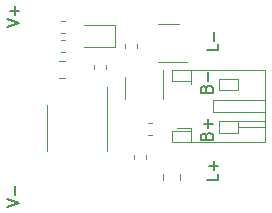
<source format=gto>
%TF.GenerationSoftware,KiCad,Pcbnew,(5.1.6)-1*%
%TF.CreationDate,2020-09-20T19:32:56+01:00*%
%TF.ProjectId,batt,62617474-2e6b-4696-9361-645f70636258,rev?*%
%TF.SameCoordinates,Original*%
%TF.FileFunction,Legend,Top*%
%TF.FilePolarity,Positive*%
%FSLAX46Y46*%
G04 Gerber Fmt 4.6, Leading zero omitted, Abs format (unit mm)*
G04 Created by KiCad (PCBNEW (5.1.6)-1) date 2020-09-20 19:32:56*
%MOMM*%
%LPD*%
G01*
G04 APERTURE LIST*
%ADD10C,0.120000*%
%ADD11C,0.150000*%
G04 APERTURE END LIST*
D10*
%TO.C,U2*%
X79100000Y-43090000D02*
X77300000Y-43090000D01*
X77300000Y-46310000D02*
X79750000Y-46310000D01*
%TO.C,D1*%
X73700000Y-43200000D02*
X71050000Y-43200000D01*
X73700000Y-45000000D02*
X73700000Y-43200000D01*
X71050000Y-45000000D02*
X73700000Y-45000000D01*
%TO.C,U3*%
X67940000Y-51900000D02*
X67940000Y-53850000D01*
X67940000Y-51900000D02*
X67940000Y-49950000D01*
X73060000Y-51900000D02*
X73060000Y-53850000D01*
X73060000Y-51900000D02*
X73060000Y-48450000D01*
%TO.C,U1*%
X74540000Y-47600000D02*
X74540000Y-49400000D01*
X77760000Y-49400000D02*
X77760000Y-46950000D01*
%TO.C,R5*%
X71890000Y-46862779D02*
X71890000Y-46537221D01*
X72910000Y-46862779D02*
X72910000Y-46537221D01*
%TO.C,R4*%
X69137221Y-42790000D02*
X69462779Y-42790000D01*
X69137221Y-43810000D02*
X69462779Y-43810000D01*
%TO.C,R3*%
X69137221Y-44390000D02*
X69462779Y-44390000D01*
X69137221Y-45410000D02*
X69462779Y-45410000D01*
%TO.C,R2*%
X74540000Y-45112779D02*
X74540000Y-44787221D01*
X75560000Y-45112779D02*
X75560000Y-44787221D01*
%TO.C,R1*%
X76360000Y-54137221D02*
X76360000Y-54462779D01*
X75340000Y-54137221D02*
X75340000Y-54462779D01*
%TO.C,J3*%
X80140000Y-51860000D02*
X80140000Y-52140000D01*
X80140000Y-52140000D02*
X78540000Y-52140000D01*
X78540000Y-52140000D02*
X78540000Y-53060000D01*
X78540000Y-53060000D02*
X86360000Y-53060000D01*
X86360000Y-53060000D02*
X86360000Y-46940000D01*
X86360000Y-46940000D02*
X78540000Y-46940000D01*
X78540000Y-46940000D02*
X78540000Y-47860000D01*
X78540000Y-47860000D02*
X80140000Y-47860000D01*
X80140000Y-47860000D02*
X80140000Y-48140000D01*
X86360000Y-50500000D02*
X82000000Y-50500000D01*
X82000000Y-50500000D02*
X82000000Y-49500000D01*
X82000000Y-49500000D02*
X86360000Y-49500000D01*
X80140000Y-53060000D02*
X80140000Y-52140000D01*
X80140000Y-46940000D02*
X80140000Y-47860000D01*
X82500000Y-52300000D02*
X84100000Y-52300000D01*
X84100000Y-52300000D02*
X84100000Y-51300000D01*
X84100000Y-51300000D02*
X82500000Y-51300000D01*
X82500000Y-51300000D02*
X82500000Y-52300000D01*
X82500000Y-47700000D02*
X84100000Y-47700000D01*
X84100000Y-47700000D02*
X84100000Y-48700000D01*
X84100000Y-48700000D02*
X82500000Y-48700000D01*
X82500000Y-48700000D02*
X82500000Y-47700000D01*
X84100000Y-51300000D02*
X86360000Y-51300000D01*
X84100000Y-51800000D02*
X86360000Y-51800000D01*
X80140000Y-51860000D02*
X78925000Y-51860000D01*
%TO.C,C3*%
X77790000Y-56321078D02*
X77790000Y-55803922D01*
X79210000Y-56321078D02*
X79210000Y-55803922D01*
%TO.C,C2*%
X68941422Y-46190000D02*
X69458578Y-46190000D01*
X68941422Y-47610000D02*
X69458578Y-47610000D01*
%TO.C,C1*%
X76487221Y-51490000D02*
X76812779Y-51490000D01*
X76487221Y-52510000D02*
X76812779Y-52510000D01*
%TO.C,J8*%
D11*
X64582380Y-58572380D02*
X65582380Y-58239047D01*
X64582380Y-57905714D01*
X65201428Y-57572380D02*
X65201428Y-56810476D01*
%TO.C,J6*%
X82452380Y-44809523D02*
X82452380Y-45285714D01*
X81452380Y-45285714D01*
X82071428Y-44476190D02*
X82071428Y-43714285D01*
%TO.C,J5*%
X64582380Y-43332380D02*
X65582380Y-42999047D01*
X64582380Y-42665714D01*
X65201428Y-42332380D02*
X65201428Y-41570476D01*
X65582380Y-41951428D02*
X64820476Y-41951428D01*
%TO.C,J4*%
X81428571Y-48547619D02*
X81476190Y-48404761D01*
X81523809Y-48357142D01*
X81619047Y-48309523D01*
X81761904Y-48309523D01*
X81857142Y-48357142D01*
X81904761Y-48404761D01*
X81952380Y-48500000D01*
X81952380Y-48880952D01*
X80952380Y-48880952D01*
X80952380Y-48547619D01*
X81000000Y-48452380D01*
X81047619Y-48404761D01*
X81142857Y-48357142D01*
X81238095Y-48357142D01*
X81333333Y-48404761D01*
X81380952Y-48452380D01*
X81428571Y-48547619D01*
X81428571Y-48880952D01*
X81571428Y-47880952D02*
X81571428Y-47119047D01*
%TO.C,J2*%
X81428571Y-52547619D02*
X81476190Y-52404761D01*
X81523809Y-52357142D01*
X81619047Y-52309523D01*
X81761904Y-52309523D01*
X81857142Y-52357142D01*
X81904761Y-52404761D01*
X81952380Y-52500000D01*
X81952380Y-52880952D01*
X80952380Y-52880952D01*
X80952380Y-52547619D01*
X81000000Y-52452380D01*
X81047619Y-52404761D01*
X81142857Y-52357142D01*
X81238095Y-52357142D01*
X81333333Y-52404761D01*
X81380952Y-52452380D01*
X81428571Y-52547619D01*
X81428571Y-52880952D01*
X81571428Y-51880952D02*
X81571428Y-51119047D01*
X81952380Y-51500000D02*
X81190476Y-51500000D01*
%TO.C,J1*%
X82452380Y-55809523D02*
X82452380Y-56285714D01*
X81452380Y-56285714D01*
X82071428Y-55476190D02*
X82071428Y-54714285D01*
X82452380Y-55095238D02*
X81690476Y-55095238D01*
%TD*%
M02*

</source>
